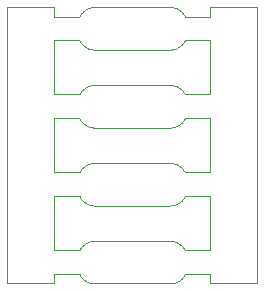
<source format=gbr>
%TF.GenerationSoftware,KiCad,Pcbnew,7.0.7*%
%TF.CreationDate,2023-12-01T17:39:10+08:00*%
%TF.ProjectId,Adafruit LED Sequin-WithRails,41646166-7275-4697-9420-4c4544205365,rev?*%
%TF.SameCoordinates,Original*%
%TF.FileFunction,Profile,NP*%
%FSLAX46Y46*%
G04 Gerber Fmt 4.6, Leading zero omitted, Abs format (unit mm)*
G04 Created by KiCad (PCBNEW 7.0.7) date 2023-12-01 17:39:10*
%MOMM*%
%LPD*%
G01*
G04 APERTURE LIST*
%TA.AperFunction,Profile*%
%ADD10C,0.100000*%
%TD*%
G04 APERTURE END LIST*
D10*
X54413308Y-70900499D02*
X54448282Y-70836086D01*
X45534501Y-64200006D02*
X45551707Y-64236077D01*
X54241157Y-64537445D02*
X54288792Y-64481670D01*
X46726698Y-58399085D02*
X46800000Y-58401000D01*
X46653524Y-54806683D02*
X46580856Y-54816250D01*
X45918297Y-61711249D02*
X45862524Y-61758886D01*
X53963055Y-48425033D02*
X53900471Y-48386682D01*
X46437364Y-68046768D02*
X46367037Y-68067601D01*
X53836058Y-51648283D02*
X53900517Y-51613283D01*
X54137426Y-55158842D02*
X54081651Y-55111207D01*
X54465486Y-57600002D02*
X56598000Y-57600002D01*
X45862524Y-64641141D02*
X45918297Y-64688778D01*
X54081692Y-51488760D02*
X54137465Y-51441123D01*
X53199994Y-71601022D02*
X53273291Y-71599103D01*
X54413308Y-68699546D02*
X54374957Y-68636962D01*
X43400995Y-50999998D02*
X43400995Y-55600002D01*
X53419185Y-68016276D02*
X53346413Y-68006695D01*
X54448282Y-64236077D02*
X54465488Y-64200006D01*
X54374957Y-48836935D02*
X54333442Y-48776530D01*
X53199994Y-65001013D02*
X53273343Y-64999092D01*
X45586681Y-57700481D02*
X45625004Y-57763021D01*
X45918297Y-55111240D02*
X45862524Y-55158877D01*
X53419133Y-54816250D02*
X53346465Y-54806683D01*
X53491253Y-48229606D02*
X53419133Y-48216241D01*
X45711197Y-71081679D02*
X45758832Y-71137454D01*
X53900471Y-64813327D02*
X53963011Y-64775004D01*
X45666547Y-68576557D02*
X45625032Y-68636962D01*
X46726698Y-51799076D02*
X46800000Y-51801000D01*
X43400995Y-64200006D02*
X45534501Y-64200006D01*
X46800000Y-51801000D02*
X53199995Y-51800995D01*
X46036934Y-64774976D02*
X46099472Y-64813301D01*
X46580856Y-58383759D02*
X46653576Y-58393332D01*
X46580856Y-54816250D02*
X46508736Y-54829615D01*
X45534505Y-50999998D02*
X45551707Y-51036059D01*
X46508685Y-48229617D02*
X46437415Y-48246727D01*
X54333442Y-61976548D02*
X54288792Y-61918357D01*
X54333442Y-64423479D02*
X54374957Y-64363074D01*
X54081692Y-58088769D02*
X54137426Y-58041167D01*
X53900517Y-51613283D02*
X53963055Y-51574958D01*
X46800000Y-65001000D02*
X53199994Y-65001013D01*
X54081651Y-48511198D02*
X54023460Y-48466548D01*
X53200000Y-48199000D02*
X46799995Y-48198996D01*
X46163978Y-71448334D02*
X46230133Y-71479888D01*
X54465484Y-50999998D02*
X56598000Y-50999998D01*
X53769856Y-58279870D02*
X53836011Y-58248316D01*
X45551707Y-57636068D02*
X45586681Y-57700481D01*
X53769856Y-48320130D02*
X53702092Y-48292060D01*
X46726646Y-48200917D02*
X46653524Y-48206674D01*
X46653576Y-64993341D02*
X46726698Y-64999094D01*
X53963055Y-51574958D02*
X54023460Y-51533443D01*
X46437415Y-71553291D02*
X46508736Y-71570412D01*
X46800000Y-71601000D02*
X53199994Y-71601022D01*
X46036978Y-68225032D02*
X45976487Y-68266606D01*
X46508736Y-71570412D02*
X46580804Y-71583769D01*
X53900471Y-58213318D02*
X53963011Y-58174995D01*
X45809357Y-61809339D02*
X45758867Y-61862543D01*
X46230133Y-68120157D02*
X46163978Y-68151711D01*
X46230181Y-48320109D02*
X46163978Y-48351684D01*
X53491304Y-68029644D02*
X53419185Y-68016276D01*
X54241157Y-48662564D02*
X54190632Y-48609321D01*
X54288792Y-64481670D02*
X54333442Y-64423479D01*
X46800000Y-58401000D02*
X53199994Y-58401004D01*
X53769856Y-54920139D02*
X53702092Y-54892069D01*
X45918297Y-48511231D02*
X45862524Y-48558868D01*
X46580856Y-61416259D02*
X46508685Y-61429635D01*
X45976487Y-48466579D02*
X45918297Y-48511231D01*
X54465486Y-48999998D02*
X54448282Y-48963932D01*
X53346413Y-71593350D02*
X53419185Y-71583769D01*
X46653576Y-71593350D02*
X46726698Y-71599103D01*
X53491304Y-61429635D02*
X53419185Y-61416267D01*
X45809320Y-64590651D02*
X45862524Y-64641141D01*
X43400995Y-68800011D02*
X43400995Y-64200006D01*
X46580856Y-64983768D02*
X46653576Y-64993341D01*
X53632952Y-71532444D02*
X53702043Y-71507977D01*
X53273291Y-68000942D02*
X53200000Y-67999000D01*
X46099472Y-58213292D02*
X46163931Y-58248292D01*
X46437415Y-48246727D02*
X46367087Y-48267558D01*
X54333442Y-51223461D02*
X54374985Y-51163012D01*
X45918338Y-71288820D02*
X45976487Y-71333439D01*
X53562625Y-68046768D02*
X53491304Y-68029644D01*
X53632952Y-54867583D02*
X53562574Y-54846736D01*
X53419133Y-58383759D02*
X53491304Y-58370383D01*
X54448282Y-62163950D02*
X54413308Y-62099537D01*
X46297946Y-58307959D02*
X46367087Y-58332442D01*
X54288792Y-68518366D02*
X54241157Y-68462591D01*
X53562574Y-48246727D02*
X53491253Y-48229606D01*
X53963055Y-55025042D02*
X53900471Y-54986691D01*
X53702092Y-54892069D02*
X53632952Y-54867583D01*
X45758832Y-71137454D02*
X45809357Y-71190697D01*
X45625032Y-68636962D02*
X45586681Y-68699546D01*
X45976487Y-71333439D02*
X46036934Y-71374985D01*
X53419133Y-64983768D02*
X53491304Y-64970392D01*
X54190632Y-61809339D02*
X54137426Y-61758851D01*
X53273291Y-71599103D02*
X53346413Y-71593350D01*
X46297946Y-51707950D02*
X46367037Y-51732417D01*
X54241122Y-71137493D02*
X54288759Y-71081720D01*
X45976529Y-61666566D02*
X45918297Y-61711249D01*
X53900471Y-54986691D02*
X53836011Y-54951693D01*
X43400995Y-48198996D02*
X39402995Y-48198996D01*
X53200000Y-67999000D02*
X46799994Y-67999023D01*
X45711230Y-57881702D02*
X45758867Y-57937475D01*
X54081651Y-55111207D02*
X54023460Y-55066557D01*
X53702043Y-58307959D02*
X53769856Y-58279870D01*
X45534499Y-70800011D02*
X45551707Y-70836086D01*
X46163931Y-61551726D02*
X46099472Y-61586726D01*
X54137465Y-68358895D02*
X54081651Y-68311225D01*
X46099518Y-68186709D02*
X46036978Y-68225032D01*
X45976529Y-58133452D02*
X46036934Y-58174967D01*
X46580804Y-71583769D02*
X46653576Y-71593350D01*
X46437364Y-51753250D02*
X46508685Y-51770374D01*
X54081692Y-64688778D02*
X54137426Y-64641176D01*
X46653524Y-48206674D02*
X46580804Y-48216249D01*
X46799994Y-67999023D02*
X46726646Y-68000944D01*
X53273343Y-48200917D02*
X53200000Y-48199000D01*
X45551707Y-48963932D02*
X45534503Y-48999998D01*
X39402995Y-48198996D02*
X39402995Y-71601022D01*
X46508685Y-58370383D02*
X46580856Y-58383759D01*
X54374985Y-70963039D02*
X54413308Y-70900499D01*
X53346413Y-61406686D02*
X53273291Y-61400933D01*
X56598000Y-70800011D02*
X56598000Y-71601022D01*
X46036934Y-48425033D02*
X45976487Y-48466579D01*
X46163978Y-48351684D02*
X46099518Y-48386682D01*
X53632952Y-58332426D02*
X53702043Y-58307959D01*
X53346465Y-64993335D02*
X53419133Y-64983768D01*
X53963055Y-71374985D02*
X54023460Y-71333470D01*
X53491304Y-51770374D02*
X53562574Y-51753264D01*
X54465481Y-62200006D02*
X54448282Y-62163950D01*
X46036934Y-61625051D02*
X45976529Y-61666566D01*
X53702043Y-68092068D02*
X53632952Y-68067601D01*
X46580856Y-68016268D02*
X46508736Y-68029633D01*
X46230133Y-58279870D02*
X46297946Y-58307959D01*
X56598000Y-68800011D02*
X54465479Y-68800011D01*
X45586681Y-48899519D02*
X45551707Y-48963932D01*
X45809357Y-51390670D02*
X45862563Y-51441158D01*
X46367087Y-71532460D02*
X46437415Y-71553291D01*
X53346465Y-54806683D02*
X53273343Y-54800926D01*
X45625032Y-51163056D02*
X45666547Y-51223461D01*
X45976487Y-68266606D02*
X45918338Y-68311225D01*
X53346465Y-58393326D02*
X53419133Y-58383759D01*
X45758867Y-61862543D02*
X45711230Y-61918316D01*
X54241157Y-61862582D02*
X54190632Y-61809339D01*
X54241122Y-51337466D02*
X54288759Y-51281693D01*
X53702043Y-64907968D02*
X53769856Y-64879879D01*
X45551707Y-62163950D02*
X45534508Y-62200006D01*
X56598000Y-62200006D02*
X54465481Y-62200006D01*
X53836011Y-48351684D02*
X53769856Y-48320130D01*
X45666547Y-55376539D02*
X45625004Y-55436988D01*
X54241157Y-57937436D02*
X54288792Y-57881661D01*
X54413308Y-55499528D02*
X54374957Y-55436944D01*
X46367087Y-61467576D02*
X46297946Y-61492059D01*
X54081692Y-61711249D02*
X54023502Y-61666597D01*
X45809357Y-71190697D02*
X45862563Y-71241185D01*
X45809357Y-68409348D02*
X45758832Y-68462591D01*
X46367087Y-58332442D02*
X46437415Y-58353273D01*
X43400995Y-48198996D02*
X43400995Y-48999998D01*
X46580856Y-51783750D02*
X46653576Y-51793323D01*
X45809320Y-48609358D02*
X45758832Y-48662564D01*
X56598000Y-71601022D02*
X60598000Y-71601022D01*
X54190632Y-51390670D02*
X54241122Y-51337466D01*
X54190669Y-68409385D02*
X54137465Y-68358895D01*
X45586681Y-64300490D02*
X45625004Y-64363030D01*
X46230133Y-54920139D02*
X46163978Y-54951693D01*
X53562625Y-71553277D02*
X53632952Y-71532444D01*
X45625004Y-55436988D02*
X45586681Y-55499528D01*
X54413308Y-48899519D02*
X54374957Y-48836935D01*
X53273343Y-58399083D02*
X53346465Y-58393326D01*
X53769856Y-64879879D02*
X53836011Y-64848325D01*
X45976487Y-55066588D02*
X45918297Y-55111240D01*
X46799994Y-61399014D02*
X46726698Y-61400933D01*
X45862524Y-58041132D02*
X45918297Y-58088769D01*
X45666547Y-61976548D02*
X45625004Y-62036997D01*
X46297946Y-64907968D02*
X46367087Y-64932451D01*
X43400995Y-70800011D02*
X45534499Y-70800011D01*
X54137426Y-64641176D02*
X54190669Y-64590651D01*
X45666547Y-57823470D02*
X45711230Y-57881702D01*
X53419185Y-61416267D02*
X53346413Y-61406686D01*
X45551707Y-55563941D02*
X45534505Y-55600002D01*
X54190632Y-55209330D02*
X54137426Y-55158842D01*
X46099518Y-51613309D02*
X46163978Y-51648307D01*
X46099472Y-61586726D02*
X46036934Y-61625051D01*
X46099518Y-48386682D02*
X46036934Y-48425033D01*
X45711230Y-61918316D02*
X45666547Y-61976548D01*
X45862524Y-61758886D02*
X45809357Y-61809339D01*
X53346465Y-48206674D02*
X53273343Y-48200917D01*
X54465479Y-68800011D02*
X54448306Y-68764006D01*
X45711197Y-68518366D02*
X45666547Y-68576557D01*
X45534510Y-68800011D02*
X43400995Y-68800011D01*
X54241157Y-55262573D02*
X54190632Y-55209330D01*
X56598000Y-64200006D02*
X56598000Y-68800011D01*
X45586681Y-51100472D02*
X45625032Y-51163056D01*
X45551707Y-68763959D02*
X45534510Y-68800011D01*
X56598000Y-55600002D02*
X54465484Y-55600002D01*
X46230133Y-64879879D02*
X46297946Y-64907968D01*
X53836011Y-54951693D02*
X53769856Y-54920139D01*
X43400995Y-57600002D02*
X43400995Y-62200006D01*
X46508736Y-68029633D02*
X46437364Y-68046768D01*
X54241157Y-68462591D02*
X54190669Y-68409385D01*
X54413308Y-64300490D02*
X54448282Y-64236077D01*
X54288759Y-51281693D02*
X54333442Y-51223461D01*
X53419185Y-71583769D02*
X53491304Y-71570401D01*
X45666547Y-48776530D02*
X45625004Y-48836979D01*
X46099472Y-64813301D02*
X46163931Y-64848301D01*
X45918297Y-64688778D02*
X45976529Y-64733461D01*
X53491304Y-64970392D02*
X53562625Y-64953268D01*
X54374957Y-57763065D02*
X54413308Y-57700481D01*
X54465490Y-70800011D02*
X56598000Y-70800011D01*
X54081651Y-71288820D02*
X54137465Y-71241150D01*
X54288792Y-61918357D02*
X54241157Y-61862582D01*
X53900517Y-68186735D02*
X53836058Y-68151735D01*
X46367037Y-68067601D02*
X46297946Y-68092068D01*
X45534503Y-48999998D02*
X43400995Y-48999998D01*
X45862563Y-71241185D02*
X45918338Y-71288820D01*
X60598000Y-48198996D02*
X56598000Y-48198996D01*
X53900517Y-71413310D02*
X53963055Y-71374985D01*
X46099518Y-71413336D02*
X46163978Y-71448334D01*
X53273343Y-54800926D02*
X53200000Y-54799000D01*
X53769856Y-51679861D02*
X53836058Y-51648283D01*
X54448282Y-51036059D02*
X54465484Y-50999998D01*
X45625004Y-62036997D02*
X45586681Y-62099537D01*
X43400995Y-71601022D02*
X43400995Y-70800011D01*
X54023460Y-55066557D02*
X53963055Y-55025042D01*
X54333442Y-71023488D02*
X54374985Y-70963039D01*
X45809357Y-55209330D02*
X45758867Y-55262534D01*
X46437415Y-54846736D02*
X46367037Y-54867583D01*
X54465484Y-55600002D02*
X54448282Y-55563941D01*
X56598000Y-48999998D02*
X54465486Y-48999998D01*
X56598000Y-57600002D02*
X56598000Y-62200006D01*
X45586681Y-68699546D02*
X45551707Y-68763959D01*
X54374957Y-62036953D02*
X54333442Y-61976548D01*
X45625004Y-57763021D02*
X45666547Y-57823470D01*
X53632952Y-64932435D02*
X53702043Y-64907968D01*
X53200000Y-54799000D02*
X46799994Y-54799005D01*
X53836058Y-71448310D02*
X53900517Y-71413310D01*
X45862524Y-55158877D02*
X45809357Y-55209330D01*
X46367037Y-54867583D02*
X46297897Y-54892069D01*
X54190669Y-57990642D02*
X54241157Y-57937436D01*
X46036934Y-71374985D02*
X46099518Y-71413336D01*
X53769856Y-71479888D02*
X53836058Y-71448310D01*
X45551707Y-64236077D02*
X45586681Y-64300490D01*
X45758832Y-48662564D02*
X45711197Y-48718339D01*
X53836011Y-58248316D02*
X53900471Y-58213318D01*
X53199994Y-58401004D02*
X53273343Y-58399083D01*
X45918297Y-51488760D02*
X45976487Y-51533412D01*
X54190669Y-64590651D02*
X54241157Y-64537445D01*
X46367037Y-51732417D02*
X46437364Y-51753250D01*
X54190632Y-48609321D02*
X54137426Y-48558833D01*
X45976529Y-64733461D02*
X46036934Y-64774976D01*
X46653576Y-68006695D02*
X46580856Y-68016268D01*
X53702043Y-71507977D02*
X53769856Y-71479888D01*
X46437415Y-64953282D02*
X46508685Y-64970392D01*
X53346413Y-68006695D02*
X53273291Y-68000942D01*
X54288792Y-57881661D02*
X54333442Y-57823470D01*
X46297897Y-71507958D02*
X46367087Y-71532460D01*
X46653576Y-61406686D02*
X46580856Y-61416259D01*
X54288792Y-48718339D02*
X54241157Y-48662564D01*
X53491304Y-58370383D02*
X53562625Y-58353259D01*
X54374985Y-51163012D02*
X54413308Y-51100472D01*
X60598000Y-71601022D02*
X60598000Y-48198996D01*
X53836011Y-61551702D02*
X53769856Y-61520148D01*
X53199995Y-51800995D02*
X53273291Y-51799076D01*
X46726698Y-61400933D02*
X46653576Y-61406686D01*
X54465488Y-64200006D02*
X56598000Y-64200006D01*
X45711230Y-55318307D02*
X45666547Y-55376539D01*
X46653576Y-58393332D02*
X46726698Y-58399085D01*
X45918338Y-68311225D02*
X45862563Y-68358860D01*
X54333442Y-57823470D02*
X54374957Y-57763065D01*
X53900471Y-48386682D02*
X53836011Y-48351684D01*
X54448282Y-70836086D02*
X54465490Y-70800011D01*
X45586681Y-62099537D02*
X45551707Y-62163950D01*
X53562625Y-64953268D02*
X53632952Y-64932435D01*
X46437415Y-58353273D02*
X46508685Y-58370383D01*
X45551707Y-70836086D02*
X45586681Y-70900499D01*
X46163931Y-64848301D02*
X46230133Y-64879879D01*
X53769856Y-68120157D02*
X53702043Y-68092068D01*
X46437415Y-61446745D02*
X46367087Y-61467576D01*
X53491253Y-54829615D02*
X53419133Y-54816250D01*
X54448282Y-57636068D02*
X54465486Y-57600002D01*
X53702043Y-51707950D02*
X53769856Y-51679861D01*
X53562574Y-61446745D02*
X53491304Y-61429635D01*
X53562625Y-58353259D02*
X53632952Y-58332426D01*
X54288792Y-55318348D02*
X54241157Y-55262573D01*
X54137465Y-71241150D02*
X54190632Y-71190697D01*
X45551707Y-51036059D02*
X45586681Y-51100472D01*
X45758867Y-64537484D02*
X45809320Y-64590651D01*
X46508685Y-51770374D02*
X46580856Y-51783750D01*
X54448282Y-48963932D02*
X54413308Y-48899519D01*
X45625004Y-48836979D02*
X45586681Y-48899519D01*
X45758867Y-57937475D02*
X45809320Y-57990642D01*
X45534505Y-55600002D02*
X43400995Y-55600002D01*
X54023460Y-68266575D02*
X53963055Y-68225060D01*
X46799994Y-54799005D02*
X46726646Y-54800926D01*
X54137426Y-61758851D02*
X54081692Y-61711249D01*
X46297946Y-68092068D02*
X46230133Y-68120157D01*
X54448282Y-55563941D02*
X54413308Y-55499528D01*
X53562574Y-51753264D02*
X53632902Y-51732433D01*
X53963011Y-58174995D02*
X54023502Y-58133421D01*
X46580804Y-48216249D02*
X46508685Y-48229617D01*
X53963011Y-61625023D02*
X53900471Y-61586700D01*
X45534508Y-62200006D02*
X43400995Y-62200006D01*
X45625032Y-70963083D02*
X45666547Y-71023488D01*
X46230133Y-71479888D02*
X46297897Y-71507958D01*
X46036934Y-58174967D02*
X46099472Y-58213292D01*
X54413308Y-51100472D02*
X54448282Y-51036059D01*
X54448306Y-68764006D02*
X54413308Y-68699546D01*
X53963011Y-64775004D02*
X54023502Y-64733430D01*
X45666547Y-64423479D02*
X45711230Y-64481711D01*
X54288759Y-71081720D02*
X54333442Y-71023488D01*
X54023460Y-71333470D02*
X54081651Y-71288820D01*
X46163978Y-51648307D02*
X46230133Y-51679861D01*
X53562574Y-54846736D02*
X53491253Y-54829615D01*
X54023502Y-64733430D02*
X54081692Y-64688778D01*
X53419133Y-51783750D02*
X53491304Y-51770374D01*
X45862524Y-48558868D02*
X45809320Y-48609358D01*
X46508685Y-64970392D02*
X46580856Y-64983768D01*
X45758867Y-55262534D02*
X45711230Y-55318307D01*
X45534503Y-57600002D02*
X45551707Y-57636068D01*
X46163978Y-54951693D02*
X46099518Y-54986691D01*
X54137426Y-58041167D02*
X54190669Y-57990642D01*
X53632902Y-51732433D02*
X53702043Y-51707950D01*
X45918297Y-58088769D02*
X45976529Y-58133452D01*
X53702092Y-61492078D02*
X53632902Y-61467576D01*
X54190632Y-71190697D02*
X54241122Y-71137493D01*
X54137426Y-48558833D02*
X54081651Y-48511198D01*
X53273343Y-64999092D02*
X53346465Y-64993335D01*
X46230133Y-61520148D02*
X46163931Y-61551726D01*
X54333442Y-68576557D02*
X54288792Y-68518366D01*
X46508736Y-54829615D02*
X46437415Y-54846736D01*
X46726698Y-71599103D02*
X46800000Y-71601000D01*
X45625004Y-64363030D02*
X45666547Y-64423479D01*
X53491304Y-71570401D02*
X53562625Y-71553277D01*
X46726698Y-64999094D02*
X46800000Y-65001000D01*
X54374957Y-68636962D02*
X54333442Y-68576557D01*
X46163978Y-68151711D02*
X46099518Y-68186709D01*
X46230133Y-51679861D02*
X46297946Y-51707950D01*
X46508685Y-61429635D02*
X46437415Y-61446745D01*
X53273291Y-51799076D02*
X53346413Y-51793323D01*
X46799995Y-48198996D02*
X46726646Y-48200917D01*
X54374957Y-55436944D02*
X54333442Y-55376539D01*
X46367087Y-64932451D02*
X46437415Y-64953282D01*
X53200000Y-61399000D02*
X46799994Y-61399014D01*
X46163931Y-58248292D02*
X46230133Y-58279870D01*
X54137465Y-51441123D02*
X54190632Y-51390670D01*
X54413308Y-57700481D02*
X54448282Y-57636068D01*
X54023460Y-51533443D02*
X54081692Y-51488760D01*
X54023502Y-58133421D02*
X54081692Y-58088769D01*
X45809320Y-57990642D02*
X45862524Y-58041132D01*
X54333442Y-55376539D02*
X54288792Y-55318348D01*
X53963055Y-68225060D02*
X53900517Y-68186735D01*
X53702092Y-48292060D02*
X53632952Y-48267574D01*
X46036978Y-51574986D02*
X46099518Y-51613309D01*
X53632952Y-48267574D02*
X53562574Y-48246727D01*
X45666547Y-71023488D02*
X45711197Y-71081679D01*
X46653576Y-51793323D02*
X46726698Y-51799076D01*
X53632902Y-61467576D02*
X53562574Y-61446745D01*
X53900471Y-61586700D02*
X53836011Y-61551702D01*
X45758832Y-51337427D02*
X45809357Y-51390670D01*
X45586681Y-55499528D02*
X45551707Y-55563941D01*
X46297897Y-54892069D02*
X46230133Y-54920139D01*
X45666547Y-51223461D02*
X45711197Y-51281652D01*
X54023460Y-48466548D02*
X53963055Y-48425033D01*
X53836058Y-68151735D02*
X53769856Y-68120157D01*
X54413308Y-62099537D02*
X54374957Y-62036953D01*
X53273291Y-61400933D02*
X53200000Y-61399000D01*
X46726646Y-68000944D02*
X46653576Y-68006695D01*
X39402995Y-71601022D02*
X43400995Y-71601022D01*
X43400995Y-50999998D02*
X45534505Y-50999998D01*
X45711197Y-51281652D02*
X45758832Y-51337427D01*
X46297946Y-48292041D02*
X46230181Y-48320109D01*
X53346413Y-51793323D02*
X53419133Y-51783750D01*
X45711197Y-48718339D02*
X45666547Y-48776530D01*
X45862563Y-51441158D02*
X45918297Y-51488760D01*
X46726646Y-54800926D02*
X46653524Y-54806683D01*
X46367087Y-48267558D02*
X46297946Y-48292041D01*
X53769856Y-61520148D02*
X53702092Y-61492078D01*
X46099518Y-54986691D02*
X46036934Y-55025042D01*
X45976487Y-51533412D02*
X46036978Y-51574986D01*
X54081651Y-68311225D02*
X54023460Y-68266575D01*
X56598000Y-48198996D02*
X56598000Y-48999998D01*
X45862563Y-68358860D02*
X45809357Y-68409348D01*
X53419133Y-48216241D02*
X53346465Y-48206674D01*
X56598000Y-50999998D02*
X56598000Y-55600002D01*
X53632952Y-68067601D02*
X53562625Y-68046768D01*
X54374957Y-64363074D02*
X54413308Y-64300490D01*
X43400995Y-57600002D02*
X45534503Y-57600002D01*
X53836011Y-64848325D02*
X53900471Y-64813327D01*
X45758832Y-68462591D02*
X45711197Y-68518366D01*
X45586681Y-70900499D02*
X45625032Y-70963083D01*
X54333442Y-48776530D02*
X54288792Y-48718339D01*
X54023502Y-61666597D02*
X53963011Y-61625023D01*
X46036934Y-55025042D02*
X45976487Y-55066588D01*
X45711230Y-64481711D02*
X45758867Y-64537484D01*
X46297946Y-61492059D02*
X46230133Y-61520148D01*
M02*

</source>
